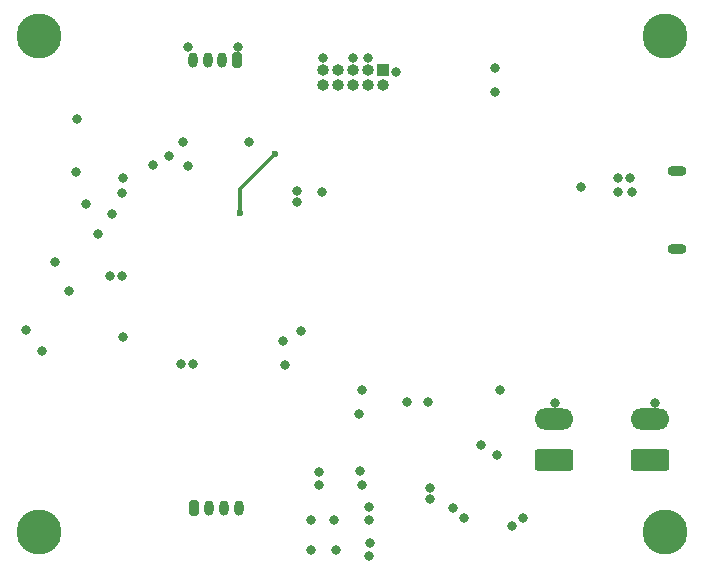
<source format=gbr>
%TF.GenerationSoftware,KiCad,Pcbnew,8.0.3*%
%TF.CreationDate,2024-07-29T11:00:05+05:30*%
%TF.ProjectId,SSTM32_REV2,5353544d-3332-45f5-9245-56322e6b6963,rev?*%
%TF.SameCoordinates,Original*%
%TF.FileFunction,Copper,L4,Bot*%
%TF.FilePolarity,Positive*%
%FSLAX46Y46*%
G04 Gerber Fmt 4.6, Leading zero omitted, Abs format (unit mm)*
G04 Created by KiCad (PCBNEW 8.0.3) date 2024-07-29 11:00:05*
%MOMM*%
%LPD*%
G01*
G04 APERTURE LIST*
G04 Aperture macros list*
%AMRoundRect*
0 Rectangle with rounded corners*
0 $1 Rounding radius*
0 $2 $3 $4 $5 $6 $7 $8 $9 X,Y pos of 4 corners*
0 Add a 4 corners polygon primitive as box body*
4,1,4,$2,$3,$4,$5,$6,$7,$8,$9,$2,$3,0*
0 Add four circle primitives for the rounded corners*
1,1,$1+$1,$2,$3*
1,1,$1+$1,$4,$5*
1,1,$1+$1,$6,$7*
1,1,$1+$1,$8,$9*
0 Add four rect primitives between the rounded corners*
20,1,$1+$1,$2,$3,$4,$5,0*
20,1,$1+$1,$4,$5,$6,$7,0*
20,1,$1+$1,$6,$7,$8,$9,0*
20,1,$1+$1,$8,$9,$2,$3,0*%
G04 Aperture macros list end*
%TA.AperFunction,ComponentPad*%
%ADD10RoundRect,0.250000X1.400000X-0.650000X1.400000X0.650000X-1.400000X0.650000X-1.400000X-0.650000X0*%
%TD*%
%TA.AperFunction,ComponentPad*%
%ADD11O,3.300000X1.800000*%
%TD*%
%TA.AperFunction,ComponentPad*%
%ADD12C,3.800000*%
%TD*%
%TA.AperFunction,ComponentPad*%
%ADD13RoundRect,0.200000X-0.200000X-0.450000X0.200000X-0.450000X0.200000X0.450000X-0.200000X0.450000X0*%
%TD*%
%TA.AperFunction,ComponentPad*%
%ADD14O,0.800000X1.300000*%
%TD*%
%TA.AperFunction,ComponentPad*%
%ADD15R,1.000000X1.000000*%
%TD*%
%TA.AperFunction,ComponentPad*%
%ADD16O,1.000000X1.000000*%
%TD*%
%TA.AperFunction,ComponentPad*%
%ADD17O,1.600000X0.900000*%
%TD*%
%TA.AperFunction,ComponentPad*%
%ADD18RoundRect,0.200000X0.200000X0.450000X-0.200000X0.450000X-0.200000X-0.450000X0.200000X-0.450000X0*%
%TD*%
%TA.AperFunction,ViaPad*%
%ADD19C,0.800000*%
%TD*%
%TA.AperFunction,ViaPad*%
%ADD20C,0.600000*%
%TD*%
%TA.AperFunction,Conductor*%
%ADD21C,0.300000*%
%TD*%
G04 APERTURE END LIST*
D10*
%TO.P,J1,1,Pin_1*%
%TO.N,+12V*%
X188552500Y-116900000D03*
X196752500Y-116900000D03*
D11*
%TO.P,J1,2,Pin_2*%
%TO.N,GND*%
X188552500Y-113400000D03*
X196752500Y-113400000D03*
%TD*%
D12*
%TO.P,H2,1,1*%
%TO.N,GND*%
X198000000Y-123000000D03*
%TD*%
%TO.P,H1,1,1*%
%TO.N,GND*%
X145000000Y-81000000D03*
%TD*%
%TO.P,H3,1,1*%
%TO.N,GND*%
X145000000Y-123000000D03*
%TD*%
D13*
%TO.P,J4,1,Pin_1*%
%TO.N,+3.3V*%
X158125000Y-121000000D03*
D14*
%TO.P,J4,2,Pin_2*%
%TO.N,UART3_TX*%
X159375000Y-121000000D03*
%TO.P,J4,3,Pin_3*%
%TO.N,UART3_RX*%
X160625000Y-121000000D03*
%TO.P,J4,4,Pin_4*%
%TO.N,GND*%
X161875000Y-121000000D03*
%TD*%
D15*
%TO.P,J6,1,Pin_1*%
%TO.N,+3.3V*%
X174100000Y-83925000D03*
D16*
%TO.P,J6,2,Pin_2*%
%TO.N,SWDIO*%
X174100000Y-85195000D03*
%TO.P,J6,3,Pin_3*%
%TO.N,GND*%
X172830000Y-83925000D03*
%TO.P,J6,4,Pin_4*%
%TO.N,SWCLK*%
X172830000Y-85195000D03*
%TO.P,J6,5,Pin_5*%
%TO.N,GND*%
X171560000Y-83925000D03*
%TO.P,J6,6,Pin_6*%
%TO.N,SWO*%
X171560000Y-85195000D03*
%TO.P,J6,7,Pin_7*%
%TO.N,unconnected-(J6-Pin_7-Pad7)*%
X170290000Y-83925000D03*
%TO.P,J6,8,Pin_8*%
%TO.N,unconnected-(J6-Pin_8-Pad8)*%
X170290000Y-85195000D03*
%TO.P,J6,9,Pin_9*%
%TO.N,GND*%
X169020000Y-83925000D03*
%TO.P,J6,10,Pin_10*%
%TO.N,NRST*%
X169020000Y-85195000D03*
%TD*%
D17*
%TO.P,J5,6,Shield*%
%TO.N,unconnected-(J5-Shield-Pad6)_1*%
X199000000Y-99000000D03*
%TO.N,unconnected-(J5-Shield-Pad6)*%
X199000000Y-92400000D03*
%TD*%
D12*
%TO.P,H4,1,1*%
%TO.N,GND*%
X198000000Y-81000000D03*
%TD*%
D18*
%TO.P,J3,1,Pin_1*%
%TO.N,+3.3V*%
X161750000Y-83000000D03*
D14*
%TO.P,J3,2,Pin_2*%
%TO.N,I2C1_SCL*%
X160500000Y-83000000D03*
%TO.P,J3,3,Pin_3*%
%TO.N,I2C1_SDA*%
X159250000Y-83000000D03*
%TO.P,J3,4,Pin_4*%
%TO.N,GND*%
X158000000Y-83000000D03*
%TD*%
D19*
%TO.N,GND*%
X152100000Y-93000000D03*
X151000000Y-101300000D03*
X172900000Y-122000000D03*
X185000000Y-122500000D03*
X172850000Y-82900000D03*
X172900000Y-125000000D03*
X190900000Y-93800000D03*
X172300000Y-111000000D03*
X146300000Y-100100000D03*
X152000000Y-101300000D03*
X157600000Y-92000000D03*
X176100000Y-112000000D03*
X165800000Y-108900000D03*
X186000000Y-121800000D03*
X197100000Y-112100000D03*
X184000000Y-111000000D03*
X194000000Y-93000000D03*
X147500000Y-102600000D03*
X148100000Y-92500000D03*
X168975784Y-94188228D03*
X183800000Y-116500000D03*
X194000000Y-94200000D03*
X167200000Y-106000000D03*
X188700000Y-112100000D03*
X173000000Y-123900000D03*
X157000000Y-108800000D03*
X149000000Y-95200000D03*
X183575000Y-85750000D03*
X172895950Y-120871090D03*
X152000000Y-94300000D03*
X195000000Y-93000000D03*
X150000000Y-97800000D03*
X178080996Y-119290190D03*
X182400000Y-115600000D03*
X178100000Y-120200000D03*
X195200000Y-94200000D03*
X172100000Y-113000000D03*
X177900000Y-112000000D03*
X166800000Y-94100000D03*
X171600000Y-82900000D03*
X152100000Y-106500000D03*
X169050000Y-82900000D03*
X157600000Y-81900000D03*
%TO.N,+3.3V*%
X158000000Y-108800000D03*
X157200000Y-90000000D03*
X166800000Y-95100000D03*
X161800000Y-81900000D03*
X168700000Y-117900000D03*
X168000000Y-122000000D03*
X168000000Y-124500000D03*
X145200000Y-107700000D03*
X151200000Y-96100000D03*
X175200000Y-84050000D03*
X165600000Y-106800000D03*
X170100000Y-124500000D03*
X156000000Y-91200000D03*
X154600000Y-91900000D03*
X172300000Y-119000000D03*
X181000000Y-121800000D03*
X148200000Y-88000000D03*
X168700000Y-119000000D03*
X170000000Y-122000000D03*
X162800000Y-90000000D03*
X172200000Y-117800000D03*
X143900000Y-105900000D03*
X183575000Y-83750000D03*
X180000000Y-121000000D03*
D20*
%TO.N,NRST*%
X165000000Y-91000000D03*
X162000000Y-96000000D03*
%TD*%
D21*
%TO.N,NRST*%
X162000000Y-96000000D02*
X162000000Y-94000000D01*
X162000000Y-94000000D02*
X165000000Y-91000000D01*
%TD*%
M02*

</source>
